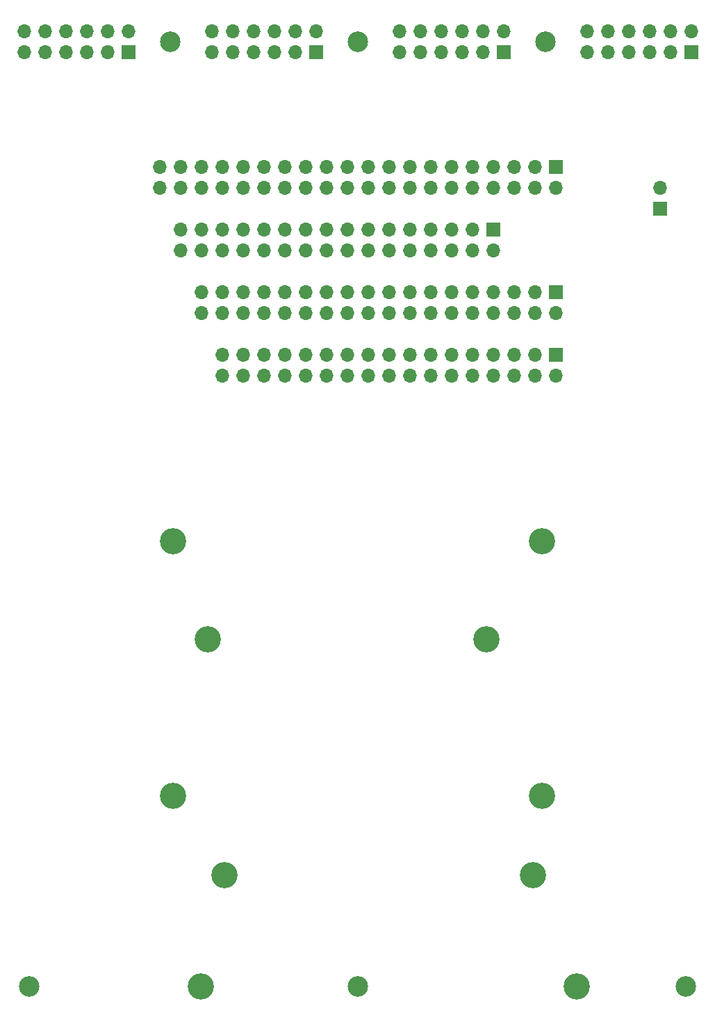
<source format=gbs>
G04 #@! TF.GenerationSoftware,KiCad,Pcbnew,7.0.11-7.0.11~ubuntu20.04.1*
G04 #@! TF.CreationDate,2024-08-20T17:51:30+02:00*
G04 #@! TF.ProjectId,kicad-kria-pmod-alinx,6b696361-642d-46b7-9269-612d706d6f64,1.0*
G04 #@! TF.SameCoordinates,Original*
G04 #@! TF.FileFunction,Soldermask,Bot*
G04 #@! TF.FilePolarity,Negative*
%FSLAX46Y46*%
G04 Gerber Fmt 4.6, Leading zero omitted, Abs format (unit mm)*
G04 Created by KiCad (PCBNEW 7.0.11-7.0.11~ubuntu20.04.1) date 2024-08-20 17:51:30*
%MOMM*%
%LPD*%
G01*
G04 APERTURE LIST*
%ADD10C,3.200000*%
%ADD11C,2.500000*%
%ADD12R,1.700000X1.700000*%
%ADD13O,1.700000X1.700000*%
G04 APERTURE END LIST*
D10*
X143555000Y-144195000D03*
X139355000Y-121000000D03*
X138205000Y-130640000D03*
D11*
X116850000Y-144150000D03*
D10*
X132580000Y-101945000D03*
D11*
X156855000Y-144150000D03*
X93990000Y-29220000D03*
D10*
X139355000Y-90000000D03*
D11*
X139710000Y-29220000D03*
D12*
X111765000Y-30485000D03*
D13*
X111765000Y-27945000D03*
X109225000Y-30485000D03*
X109225000Y-27945000D03*
X106685000Y-30485000D03*
X106685000Y-27945000D03*
X104145000Y-30485000D03*
X104145000Y-27945000D03*
X101605000Y-30485000D03*
X101605000Y-27945000D03*
X99065000Y-30485000D03*
X99065000Y-27945000D03*
D10*
X94355000Y-90000000D03*
D12*
X88905000Y-30485000D03*
D13*
X88905000Y-27945000D03*
X86365000Y-30485000D03*
X86365000Y-27945000D03*
X83825000Y-30485000D03*
X83825000Y-27945000D03*
X81285000Y-30485000D03*
X81285000Y-27945000D03*
X78745000Y-30485000D03*
X78745000Y-27945000D03*
X76205000Y-30485000D03*
X76205000Y-27945000D03*
D10*
X100605000Y-130640000D03*
D11*
X76845000Y-144150000D03*
D12*
X140980000Y-59700000D03*
D13*
X140980000Y-62240000D03*
X138440000Y-59700000D03*
X138440000Y-62240000D03*
X135900000Y-59700000D03*
X135900000Y-62240000D03*
X133360000Y-59700000D03*
X133360000Y-62240000D03*
X130820000Y-59700000D03*
X130820000Y-62240000D03*
X128280000Y-59700000D03*
X128280000Y-62240000D03*
X125740000Y-59700000D03*
X125740000Y-62240000D03*
X123200000Y-59700000D03*
X123200000Y-62240000D03*
X120660000Y-59700000D03*
X120660000Y-62240000D03*
X118120000Y-59700000D03*
X118120000Y-62240000D03*
X115580000Y-59700000D03*
X115580000Y-62240000D03*
X113040000Y-59700000D03*
X113040000Y-62240000D03*
X110500000Y-59700000D03*
X110500000Y-62240000D03*
X107960000Y-59700000D03*
X107960000Y-62240000D03*
X105420000Y-59700000D03*
X105420000Y-62240000D03*
X102880000Y-59700000D03*
X102880000Y-62240000D03*
X100340000Y-59700000D03*
X100340000Y-62240000D03*
X97800000Y-59700000D03*
X97800000Y-62240000D03*
D10*
X94355000Y-121000000D03*
D12*
X140980000Y-44455000D03*
D13*
X140980000Y-46995000D03*
X138440000Y-44455000D03*
X138440000Y-46995000D03*
X135900000Y-44455000D03*
X135900000Y-46995000D03*
X133360000Y-44455000D03*
X133360000Y-46995000D03*
X130820000Y-44455000D03*
X130820000Y-46995000D03*
X128280000Y-44455000D03*
X128280000Y-46995000D03*
X125740000Y-44455000D03*
X125740000Y-46995000D03*
X123200000Y-44455000D03*
X123200000Y-46995000D03*
X120660000Y-44455000D03*
X120660000Y-46995000D03*
X118120000Y-44455000D03*
X118120000Y-46995000D03*
X115580000Y-44455000D03*
X115580000Y-46995000D03*
X113040000Y-44455000D03*
X113040000Y-46995000D03*
X110500000Y-44455000D03*
X110500000Y-46995000D03*
X107960000Y-44455000D03*
X107960000Y-46995000D03*
X105420000Y-44455000D03*
X105420000Y-46995000D03*
X102880000Y-44455000D03*
X102880000Y-46995000D03*
X100340000Y-44455000D03*
X100340000Y-46995000D03*
X97800000Y-44455000D03*
X97800000Y-46995000D03*
X95260000Y-44455000D03*
X95260000Y-46995000D03*
X92720000Y-44455000D03*
X92720000Y-46995000D03*
D11*
X116850000Y-29220000D03*
D10*
X98580000Y-101945000D03*
D12*
X157485000Y-30485000D03*
D13*
X157485000Y-27945000D03*
X154945000Y-30485000D03*
X154945000Y-27945000D03*
X152405000Y-30485000D03*
X152405000Y-27945000D03*
X149865000Y-30485000D03*
X149865000Y-27945000D03*
X147325000Y-30485000D03*
X147325000Y-27945000D03*
X144785000Y-30485000D03*
X144785000Y-27945000D03*
D12*
X153680000Y-49535000D03*
D13*
X153680000Y-46995000D03*
D10*
X97755000Y-144195000D03*
D12*
X134625000Y-30485000D03*
D13*
X134625000Y-27945000D03*
X132085000Y-30485000D03*
X132085000Y-27945000D03*
X129545000Y-30485000D03*
X129545000Y-27945000D03*
X127005000Y-30485000D03*
X127005000Y-27945000D03*
X124465000Y-30485000D03*
X124465000Y-27945000D03*
X121925000Y-30485000D03*
X121925000Y-27945000D03*
D12*
X140980000Y-67320000D03*
D13*
X140980000Y-69860000D03*
X138440000Y-67320000D03*
X138440000Y-69860000D03*
X135900000Y-67320000D03*
X135900000Y-69860000D03*
X133360000Y-67320000D03*
X133360000Y-69860000D03*
X130820000Y-67320000D03*
X130820000Y-69860000D03*
X128280000Y-67320000D03*
X128280000Y-69860000D03*
X125740000Y-67320000D03*
X125740000Y-69860000D03*
X123200000Y-67320000D03*
X123200000Y-69860000D03*
X120660000Y-67320000D03*
X120660000Y-69860000D03*
X118120000Y-67320000D03*
X118120000Y-69860000D03*
X115580000Y-67320000D03*
X115580000Y-69860000D03*
X113040000Y-67320000D03*
X113040000Y-69860000D03*
X110500000Y-67320000D03*
X110500000Y-69860000D03*
X107960000Y-67320000D03*
X107960000Y-69860000D03*
X105420000Y-67320000D03*
X105420000Y-69860000D03*
X102880000Y-67320000D03*
X102880000Y-69860000D03*
X100340000Y-67320000D03*
X100340000Y-69860000D03*
D12*
X133360000Y-52075000D03*
D13*
X133360000Y-54615000D03*
X130820000Y-52075000D03*
X130820000Y-54615000D03*
X128280000Y-52075000D03*
X128280000Y-54615000D03*
X125740000Y-52075000D03*
X125740000Y-54615000D03*
X123200000Y-52075000D03*
X123200000Y-54615000D03*
X120660000Y-52075000D03*
X120660000Y-54615000D03*
X118120000Y-52075000D03*
X118120000Y-54615000D03*
X115580000Y-52075000D03*
X115580000Y-54615000D03*
X113040000Y-52075000D03*
X113040000Y-54615000D03*
X110500000Y-52075000D03*
X110500000Y-54615000D03*
X107960000Y-52075000D03*
X107960000Y-54615000D03*
X105420000Y-52075000D03*
X105420000Y-54615000D03*
X102880000Y-52075000D03*
X102880000Y-54615000D03*
X100340000Y-52075000D03*
X100340000Y-54615000D03*
X97800000Y-52075000D03*
X97800000Y-54615000D03*
X95260000Y-52075000D03*
X95260000Y-54615000D03*
M02*

</source>
